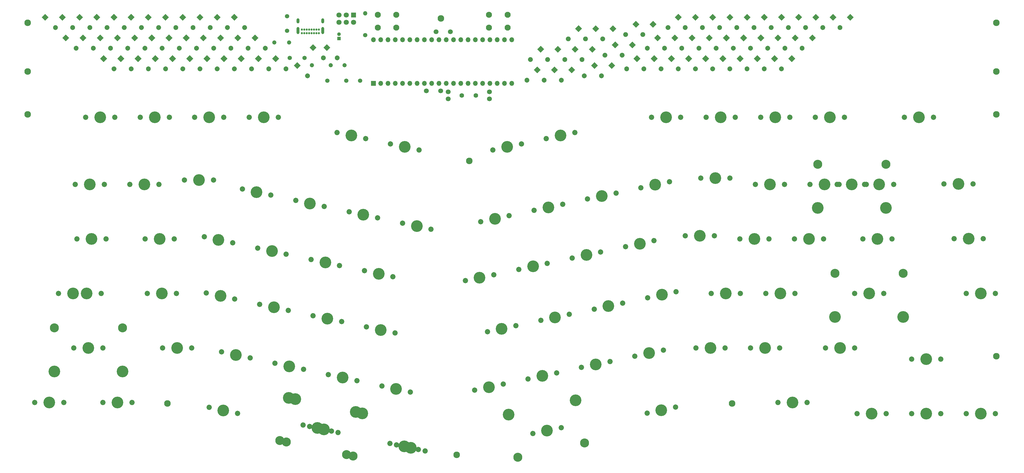
<source format=gts>
G04 #@! TF.GenerationSoftware,KiCad,Pcbnew,(5.1.6)-1*
G04 #@! TF.CreationDate,2020-07-28T10:39:00-05:00*
G04 #@! TF.ProjectId,Bonsai,426f6e73-6169-42e6-9b69-6361645f7063,rev?*
G04 #@! TF.SameCoordinates,Original*
G04 #@! TF.FileFunction,Soldermask,Top*
G04 #@! TF.FilePolarity,Negative*
%FSLAX46Y46*%
G04 Gerber Fmt 4.6, Leading zero omitted, Abs format (unit mm)*
G04 Created by KiCad (PCBNEW (5.1.6)-1) date 2020-07-28 10:39:00*
%MOMM*%
%LPD*%
G01*
G04 APERTURE LIST*
%ADD10C,1.700000*%
%ADD11C,0.750000*%
%ADD12O,1.000000X2.500000*%
%ADD13O,1.000000X1.800000*%
%ADD14C,2.300000*%
%ADD15R,1.700000X1.700000*%
%ADD16O,1.700000X1.700000*%
%ADD17C,4.087800*%
%ADD18C,1.850000*%
%ADD19C,1.500000*%
%ADD20C,3.148000*%
%ADD21C,0.100000*%
%ADD22C,1.600000*%
%ADD23C,2.100000*%
%ADD24O,1.500000X1.500000*%
%ADD25R,1.800000X1.800000*%
%ADD26C,1.800000*%
%ADD27R,1.300000X1.300000*%
%ADD28C,1.300000*%
G04 APERTURE END LIST*
D10*
G04 #@! TO.C,C5*
X173749960Y-81399380D03*
X178749960Y-81399380D03*
G04 #@! TD*
D11*
G04 #@! TO.C,USB1*
X131201796Y-81917569D03*
X132901796Y-81917569D03*
X132051796Y-81917569D03*
X130351796Y-81917569D03*
X129501796Y-81917569D03*
X128651796Y-81917569D03*
X127801796Y-81917569D03*
X126951796Y-81917569D03*
X132901796Y-80592569D03*
X132046796Y-80592569D03*
X131196796Y-80592569D03*
X130346796Y-80592569D03*
X129496796Y-80592569D03*
X128646796Y-80592569D03*
X127796796Y-80592569D03*
X126946796Y-80592569D03*
D12*
X134251796Y-80937569D03*
X125601796Y-80937569D03*
D13*
X134251796Y-77557569D03*
X125601796Y-77557569D03*
G04 #@! TD*
D14*
G04 #@! TO.C,H12*
X369290356Y-95233129D03*
G04 #@! TD*
G04 #@! TO.C,H11*
X369290357Y-78233129D03*
G04 #@! TD*
G04 #@! TO.C,H10*
X175495216Y-76733130D03*
G04 #@! TD*
G04 #@! TO.C,H9*
X31290355Y-95233129D03*
G04 #@! TD*
G04 #@! TO.C,H8*
X31290357Y-78233129D03*
G04 #@! TD*
G04 #@! TO.C,H7*
X277031717Y-211233130D03*
G04 #@! TD*
G04 #@! TO.C,H6*
X369290355Y-194724049D03*
G04 #@! TD*
G04 #@! TO.C,H5*
X369290358Y-110233129D03*
G04 #@! TD*
G04 #@! TO.C,H4*
X180984155Y-229233129D03*
G04 #@! TD*
G04 #@! TO.C,H3*
X185401216Y-126527589D03*
G04 #@! TD*
G04 #@! TO.C,H2*
X80057255Y-211233130D03*
G04 #@! TD*
G04 #@! TO.C,H1*
X31290356Y-110233131D03*
G04 #@! TD*
D15*
G04 #@! TO.C,U1*
X151926186Y-99390349D03*
D16*
X200186186Y-84150349D03*
X154466186Y-99390349D03*
X197646186Y-84150349D03*
X157006186Y-99390349D03*
X195106186Y-84150349D03*
X159546186Y-99390349D03*
X192566186Y-84150349D03*
X162086186Y-99390349D03*
X190026186Y-84150349D03*
X164626186Y-99390349D03*
X187486186Y-84150349D03*
X167166186Y-99390349D03*
X184946186Y-84150349D03*
X169706186Y-99390349D03*
X182406186Y-84150349D03*
X172246186Y-99390349D03*
X179866186Y-84150349D03*
X174786186Y-99390349D03*
X177326186Y-84150349D03*
X177326186Y-99390349D03*
X174786186Y-84150349D03*
X179866186Y-99390349D03*
X172246186Y-84150349D03*
X182406186Y-99390349D03*
X169706186Y-84150349D03*
X184946186Y-99390349D03*
X167166186Y-84150349D03*
X187486186Y-99390349D03*
X164626186Y-84150349D03*
X190026186Y-99390349D03*
X162086186Y-84150349D03*
X192566186Y-99390349D03*
X159546186Y-84150349D03*
X195106186Y-99390349D03*
X157006186Y-84150349D03*
X197646186Y-99390349D03*
X154466186Y-84150349D03*
X200186186Y-99390349D03*
X151926186Y-84150349D03*
G04 #@! TD*
D17*
G04 #@! TO.C,SW_RCTRL1*
X298113347Y-210903969D03*
D18*
X293033347Y-210903969D03*
X303193347Y-210903969D03*
G04 #@! TD*
D19*
G04 #@! TO.C,R4*
X127890166Y-90502888D03*
G36*
G01*
X123032342Y-85645064D02*
X123032342Y-85645064D01*
G75*
G02*
X121971682Y-85645064I-530330J530330D01*
G01*
X121971682Y-85645064D01*
G75*
G02*
X121971682Y-84584404I530330J530330D01*
G01*
X121971682Y-84584404D01*
G75*
G02*
X123032342Y-84584404I530330J-530330D01*
G01*
X123032342Y-84584404D01*
G75*
G02*
X123032342Y-85645064I-530330J-530330D01*
G01*
G37*
G04 #@! TD*
D17*
G04 #@! TO.C,SW_LSPC2*
X132351644Y-219819972D03*
D18*
X127382654Y-218763781D03*
X137320634Y-220876163D03*
D20*
X119253311Y-224176884D03*
X142545451Y-229127782D03*
D17*
X122421885Y-209269915D03*
X145714025Y-214220812D03*
G04 #@! TD*
G04 #@! TO.C,SW_LALT1*
X99551385Y-213667490D03*
D18*
X94582395Y-212611299D03*
X104520375Y-214723681D03*
G04 #@! TD*
D17*
G04 #@! TO.C,SW_FN2*
X162648108Y-226259687D03*
D18*
X157679118Y-225203496D03*
X167617098Y-227315878D03*
G04 #@! TD*
D17*
G04 #@! TO.C,SW_CPLKSTPD1*
X47118167Y-172805288D03*
D18*
X42038167Y-172805288D03*
X52198167Y-172805288D03*
G04 #@! TD*
D17*
G04 #@! TO.C,SW_BKSP12*
X328348166Y-134705291D03*
D18*
X323268166Y-134705291D03*
X333428166Y-134705291D03*
G04 #@! TD*
D17*
G04 #@! TO.C,SW_BKSP11*
X309298165Y-134705289D03*
D18*
X304218165Y-134705289D03*
X314378165Y-134705289D03*
G04 #@! TD*
G04 #@! TO.C,D84*
G36*
G01*
X309313859Y-79304378D02*
X309313859Y-79304378D01*
G75*
G02*
X309313859Y-80506460I-601041J-601041D01*
G01*
X309313859Y-80506460D01*
G75*
G02*
X308111777Y-80506460I-601041J601041D01*
G01*
X308111777Y-80506460D01*
G75*
G02*
X308111777Y-79304378I601041J601041D01*
G01*
X308111777Y-79304378D01*
G75*
G02*
X309313859Y-79304378I601041J-601041D01*
G01*
G37*
D21*
G36*
X312304920Y-75111235D02*
G01*
X313507002Y-76313317D01*
X312304920Y-77515399D01*
X311102838Y-76313317D01*
X312304920Y-75111235D01*
G37*
G04 #@! TD*
D17*
G04 #@! TO.C,SW_P1*
X265837565Y-152674469D03*
D18*
X260757565Y-152674469D03*
X270917565Y-152674469D03*
G04 #@! TD*
D17*
G04 #@! TO.C,SW_10*
X250231708Y-134811990D03*
D18*
X245262718Y-135868181D03*
X255200698Y-133755799D03*
G04 #@! TD*
D17*
G04 #@! TO.C,SW_ENT1*
X324878166Y-172805289D03*
D18*
X319798166Y-172805289D03*
X329958166Y-172805289D03*
D20*
X312971916Y-165820289D03*
X336784416Y-165820289D03*
D17*
X312971916Y-181060289D03*
X336784416Y-181060289D03*
G04 #@! TD*
D22*
G04 #@! TO.C,Y1*
X187653826Y-103624531D03*
X182773826Y-103624531D03*
G04 #@! TD*
D17*
G04 #@! TO.C,SW_|1*
X327758167Y-153755289D03*
D18*
X322678167Y-153755289D03*
X332838167Y-153755289D03*
G04 #@! TD*
D17*
G04 #@! TO.C,SW_Z1*
X83428166Y-191855289D03*
D18*
X78348166Y-191855289D03*
X88508166Y-191855289D03*
G04 #@! TD*
D17*
G04 #@! TO.C,SW_Y1*
X188970570Y-167304141D03*
D18*
X184001580Y-168360332D03*
X193939560Y-166247950D03*
G04 #@! TD*
D17*
G04 #@! TO.C,SW_X1*
X103923085Y-194301749D03*
D18*
X98954095Y-193245558D03*
X108892075Y-195357940D03*
G04 #@! TD*
D17*
G04 #@! TO.C,SW_WIN1*
X62622327Y-210906510D03*
D18*
X57542327Y-210906510D03*
X67702327Y-210906510D03*
G04 #@! TD*
D17*
G04 #@! TO.C,SW_W1*
X97873086Y-154061750D03*
D18*
X92904096Y-153005559D03*
X102842076Y-155117941D03*
G04 #@! TD*
D17*
G04 #@! TO.C,SW_V1*
X141190510Y-202223185D03*
D18*
X136221520Y-201166994D03*
X146159500Y-203279376D03*
G04 #@! TD*
D17*
G04 #@! TO.C,SW_UP1*
X344834106Y-195740169D03*
D18*
X339754106Y-195740169D03*
X349914106Y-195740169D03*
G04 #@! TD*
D17*
G04 #@! TO.C,SW_U1*
X207604281Y-163343425D03*
D18*
X202635291Y-164399616D03*
X212573271Y-162287234D03*
G04 #@! TD*
D17*
G04 #@! TO.C,SW_TAB1*
X53568167Y-153755290D03*
D18*
X48488167Y-153755290D03*
X58648167Y-153755290D03*
G04 #@! TD*
D17*
G04 #@! TO.C,SW_T1*
X153774221Y-165943903D03*
D18*
X148805231Y-164887712D03*
X158743211Y-167000094D03*
G04 #@! TD*
D17*
G04 #@! TO.C,SW_SLSH1*
X288568166Y-191855289D03*
D18*
X283488166Y-191855289D03*
X293648166Y-191855289D03*
G04 #@! TD*
D17*
G04 #@! TO.C,SW_SCLN1*
X274878165Y-172805291D03*
D18*
X269798165Y-172805291D03*
X279958165Y-172805291D03*
G04 #@! TD*
D17*
G04 #@! TO.C,SW_S1*
X98573087Y-173691749D03*
D18*
X93604097Y-172635558D03*
X103542077Y-174747940D03*
G04 #@! TD*
D17*
G04 #@! TO.C,SW_RSPC1*
X212495026Y-220728690D03*
D18*
X207526036Y-221784881D03*
X217464016Y-219672499D03*
D20*
X202301219Y-230036500D03*
X225593359Y-225085602D03*
D17*
X199132645Y-215129530D03*
X222424785Y-210178633D03*
G04 #@! TD*
G04 #@! TO.C,SW_RSHFT1*
X314763167Y-191855288D03*
D18*
X309683167Y-191855288D03*
X319843167Y-191855288D03*
G04 #@! TD*
G04 #@! TO.C,SW_RGHT1*
X368964105Y-214790170D03*
X358804105Y-214790170D03*
D17*
X363884105Y-214790170D03*
G04 #@! TD*
G04 #@! TO.C,SW_RALT1*
X252365407Y-213593831D03*
D18*
X247396417Y-214650022D03*
X257334397Y-212537640D03*
G04 #@! TD*
D17*
G04 #@! TO.C,SW_R1*
X135140507Y-161983184D03*
D18*
X130171517Y-160926993D03*
X140109497Y-163039375D03*
G04 #@! TD*
D17*
G04 #@! TO.C,SW_Q1*
X77378165Y-153755288D03*
D18*
X72298165Y-153755288D03*
X82458165Y-153755288D03*
G04 #@! TD*
D17*
G04 #@! TO.C,SW_PRD1*
X269518165Y-191855289D03*
D18*
X264438165Y-191855289D03*
X274598165Y-191855289D03*
G04 #@! TD*
D17*
G04 #@! TO.C,SW_PLUS1*
X290248167Y-134705290D03*
D18*
X285168167Y-134705290D03*
X295328167Y-134705290D03*
G04 #@! TD*
D17*
G04 #@! TO.C,SW_O1*
X244871706Y-155421989D03*
D18*
X239902716Y-156478180D03*
X249840696Y-154365798D03*
G04 #@! TD*
D17*
G04 #@! TO.C,SW_N1*
X210864281Y-201603425D03*
D18*
X205895291Y-202659616D03*
X215833271Y-200547234D03*
G04 #@! TD*
D17*
G04 #@! TO.C,SW_M4*
X363884105Y-172805290D03*
D18*
X358804105Y-172805290D03*
X368964105Y-172805290D03*
G04 #@! TD*
D17*
G04 #@! TO.C,SW_M5*
X229492913Y-197614766D03*
D18*
X224523923Y-198670957D03*
X234461903Y-196558575D03*
G04 #@! TD*
D17*
G04 #@! TO.C,SW_M3*
X359604206Y-153644750D03*
D18*
X354524206Y-153644750D03*
X364684206Y-153644750D03*
G04 #@! TD*
D17*
G04 #@! TO.C,SW_M2*
X356073605Y-134564269D03*
D18*
X350993605Y-134564269D03*
X361153605Y-134564269D03*
G04 #@! TD*
D17*
G04 #@! TO.C,SW_M1*
X342238227Y-111254689D03*
D18*
X337158227Y-111254689D03*
X347318227Y-111254689D03*
G04 #@! TD*
D17*
G04 #@! TO.C,SW_LSPC1*
X134643088Y-220311749D03*
D18*
X129674098Y-219255558D03*
X139612078Y-221367940D03*
D20*
X121544755Y-224668661D03*
X144836895Y-229619559D03*
D17*
X124713329Y-209761692D03*
X148005469Y-214712589D03*
G04 #@! TD*
G04 #@! TO.C,SW_LSHFT1*
X52478165Y-191855288D03*
D18*
X47398165Y-191855288D03*
X57558165Y-191855288D03*
D20*
X40571915Y-184870288D03*
X64384415Y-184870288D03*
D17*
X40571915Y-200110288D03*
X64384415Y-200110288D03*
G04 #@! TD*
G04 #@! TO.C,SW_LEFT1*
X325784105Y-214790168D03*
D18*
X320704105Y-214790168D03*
X330864105Y-214790168D03*
G04 #@! TD*
D17*
G04 #@! TO.C,SW_LCTRL1*
X38809826Y-210906508D03*
D18*
X33729826Y-210906508D03*
X43889826Y-210906508D03*
G04 #@! TD*
D17*
G04 #@! TO.C,SW_L1*
X252562065Y-173265030D03*
D18*
X247593075Y-174321221D03*
X257531055Y-172208839D03*
G04 #@! TD*
D17*
G04 #@! TO.C,SW_K1*
X233928354Y-177225747D03*
D18*
X228959364Y-178281938D03*
X238897344Y-176169556D03*
G04 #@! TD*
D17*
G04 #@! TO.C,SW_J1*
X215294645Y-181186465D03*
D18*
X210325655Y-182242656D03*
X220263635Y-180130274D03*
G04 #@! TD*
D17*
G04 #@! TO.C,SW_I1*
X226237995Y-159382705D03*
D18*
X221269005Y-160438896D03*
X231206985Y-158326514D03*
G04 #@! TD*
D17*
G04 #@! TO.C,SW_H1*
X196660931Y-185147182D03*
D18*
X191691941Y-186203373D03*
X201629921Y-184090991D03*
G04 #@! TD*
D17*
G04 #@! TO.C,SW_G1*
X154474220Y-185573901D03*
D18*
X149505230Y-184517710D03*
X159443210Y-186630092D03*
G04 #@! TD*
D17*
G04 #@! TO.C,SW_FN1*
X164963086Y-226751748D03*
D18*
X159994096Y-225695557D03*
X169932076Y-227807939D03*
G04 #@! TD*
D17*
G04 #@! TO.C,SW_F13*
X135840509Y-181613184D03*
D18*
X130871519Y-180556993D03*
X140809499Y-182669375D03*
G04 #@! TD*
D17*
G04 #@! TO.C,SW_F12*
X311224826Y-111254689D03*
D18*
X306144826Y-111254689D03*
X316304826Y-111254689D03*
G04 #@! TD*
D17*
G04 #@! TO.C,SW_F11*
X292174825Y-111254689D03*
D18*
X287094825Y-111254689D03*
X297254825Y-111254689D03*
G04 #@! TD*
D17*
G04 #@! TO.C,SW_F10*
X273124827Y-111254689D03*
D18*
X268044827Y-111254689D03*
X278204827Y-111254689D03*
G04 #@! TD*
D17*
G04 #@! TO.C,SW_F9*
X254074827Y-111254689D03*
D18*
X248994827Y-111254689D03*
X259154827Y-111254689D03*
G04 #@! TD*
D17*
G04 #@! TO.C,SW_F8*
X217214348Y-117642790D03*
D18*
X212245358Y-118698981D03*
X222183338Y-116586599D03*
G04 #@! TD*
D17*
G04 #@! TO.C,SW_F7*
X198580906Y-121602648D03*
D18*
X193611916Y-122658839D03*
X203549896Y-120546457D03*
G04 #@! TD*
D17*
G04 #@! TO.C,SW_F6*
X162863427Y-121597571D03*
D18*
X157894437Y-120541380D03*
X167832417Y-122653762D03*
G04 #@! TD*
D17*
G04 #@! TO.C,SW_F5*
X144229987Y-117635171D03*
D18*
X139260997Y-116578980D03*
X149198977Y-118691362D03*
G04 #@! TD*
D17*
G04 #@! TO.C,SW_F4*
X113701725Y-111254689D03*
D18*
X108621725Y-111254689D03*
X118781725Y-111254689D03*
G04 #@! TD*
D17*
G04 #@! TO.C,SW_F3*
X94651726Y-111254689D03*
D18*
X89571726Y-111254689D03*
X99731726Y-111254689D03*
G04 #@! TD*
D17*
G04 #@! TO.C,SW_F2*
X75622045Y-111254691D03*
D18*
X70542045Y-111254691D03*
X80702045Y-111254691D03*
G04 #@! TD*
D17*
G04 #@! TO.C,SW_F1*
X56572047Y-111254690D03*
D18*
X51492047Y-111254690D03*
X61652047Y-111254690D03*
G04 #@! TD*
D17*
G04 #@! TO.C,SW_ESC1*
X52968165Y-134705287D03*
D18*
X47888165Y-134705287D03*
X58048165Y-134705287D03*
G04 #@! TD*
D17*
G04 #@! TO.C,SW_E1*
X116506796Y-158022467D03*
D18*
X111537806Y-156966276D03*
X121475786Y-159078658D03*
G04 #@! TD*
D17*
G04 #@! TO.C,SW_DOWN1*
X344834106Y-214790169D03*
D18*
X339754106Y-214790169D03*
X349914106Y-214790169D03*
G04 #@! TD*
D17*
G04 #@! TO.C,SW_DASH1*
X271191886Y-132547509D03*
D18*
X266111886Y-132547509D03*
X276271886Y-132547509D03*
G04 #@! TD*
D17*
G04 #@! TO.C,SW_D1*
X117206797Y-177652468D03*
D18*
X112237807Y-176596277D03*
X122175787Y-178708659D03*
G04 #@! TD*
D17*
G04 #@! TO.C,SW_CPLK1*
X51880486Y-172805290D03*
D18*
X46800486Y-172805290D03*
X56960486Y-172805290D03*
G04 #@! TD*
D17*
G04 #@! TO.C,SW_COMMA1*
X248126625Y-193654049D03*
D18*
X243157635Y-194710240D03*
X253095615Y-192597858D03*
G04 #@! TD*
D17*
G04 #@! TO.C,SW_C1*
X122556796Y-198262465D03*
D18*
X117587806Y-197206274D03*
X127525786Y-199318656D03*
G04 #@! TD*
D17*
G04 #@! TO.C,SW_BKSP1*
X318823166Y-134705290D03*
D18*
X313743166Y-134705290D03*
X323903166Y-134705290D03*
D20*
X306916916Y-127720290D03*
X330729416Y-127720290D03*
D17*
X306916916Y-142960290D03*
X330729416Y-142960290D03*
G04 #@! TD*
G04 #@! TO.C,SW_B_RIGHT1*
X192230570Y-205564142D03*
D18*
X187261580Y-206620333D03*
X197199560Y-204507951D03*
G04 #@! TD*
D17*
G04 #@! TO.C,SW_B_LEFT1*
X159824220Y-206183902D03*
D18*
X154855230Y-205127711D03*
X164793210Y-207240093D03*
G04 #@! TD*
D17*
G04 #@! TO.C,SW_APST1*
X293928167Y-172805291D03*
D18*
X288848167Y-172805291D03*
X299008167Y-172805291D03*
G04 #@! TD*
D17*
G04 #@! TO.C,SW_A1*
X78078167Y-172805288D03*
D18*
X72998167Y-172805288D03*
X83158167Y-172805288D03*
G04 #@! TD*
D17*
G04 #@! TO.C,SW_]1*
X303938165Y-153755289D03*
D18*
X298858165Y-153755289D03*
X309018165Y-153755289D03*
G04 #@! TD*
D17*
G04 #@! TO.C,SW_[1*
X284888167Y-153755286D03*
D18*
X279808167Y-153755286D03*
X289968167Y-153755286D03*
G04 #@! TD*
D17*
G04 #@! TO.C,SW_9*
X231597996Y-138772707D03*
D18*
X226629006Y-139828898D03*
X236566986Y-137716516D03*
G04 #@! TD*
D17*
G04 #@! TO.C,SW_8*
X212964281Y-142733424D03*
D18*
X207995291Y-143789615D03*
X217933271Y-141677233D03*
G04 #@! TD*
D17*
G04 #@! TO.C,SW_7*
X194330570Y-146694141D03*
D18*
X189361580Y-147750332D03*
X199299560Y-145637950D03*
G04 #@! TD*
D17*
G04 #@! TO.C,SW_6*
X167051887Y-149291188D03*
D18*
X162082897Y-148234997D03*
X172020877Y-150347379D03*
G04 #@! TD*
D17*
G04 #@! TO.C,SW_5*
X148420509Y-145333184D03*
D18*
X143451519Y-144276993D03*
X153389499Y-146389375D03*
G04 #@! TD*
D17*
G04 #@! TO.C,SW_4*
X129786796Y-141372466D03*
D18*
X124817806Y-140316275D03*
X134755786Y-142428657D03*
G04 #@! TD*
D17*
G04 #@! TO.C,SW_3*
X111153087Y-137411749D03*
D18*
X106184097Y-136355558D03*
X116122077Y-138467940D03*
G04 #@! TD*
D17*
G04 #@! TO.C,SW_2*
X91067786Y-133187590D03*
D18*
X85987786Y-133187590D03*
X96147786Y-133187590D03*
G04 #@! TD*
D17*
G04 #@! TO.C,SW_1*
X72018165Y-134705288D03*
D18*
X66938165Y-134705288D03*
X77098165Y-134705288D03*
G04 #@! TD*
D23*
G04 #@! TO.C,RESET1*
X159920975Y-75458471D03*
X159920975Y-79958471D03*
X153420975Y-75458471D03*
X153420975Y-79958471D03*
G04 #@! TD*
D19*
G04 #@! TO.C,R6*
X149022966Y-82578089D03*
D24*
X149022966Y-74958089D03*
G04 #@! TD*
D19*
G04 #@! TO.C,R5*
X122733966Y-90502888D03*
G36*
G01*
X117876142Y-85645064D02*
X117876142Y-85645064D01*
G75*
G02*
X116815482Y-85645064I-530330J530330D01*
G01*
X116815482Y-85645064D01*
G75*
G02*
X116815482Y-84584404I530330J530330D01*
G01*
X116815482Y-84584404D01*
G75*
G02*
X117876142Y-84584404I530330J-530330D01*
G01*
X117876142Y-84584404D01*
G75*
G02*
X117876142Y-85645064I-530330J-530330D01*
G01*
G37*
G04 #@! TD*
G04 #@! TO.C,R3*
X142418966Y-98453089D03*
G36*
G01*
X137561142Y-93595265D02*
X137561142Y-93595265D01*
G75*
G02*
X136500482Y-93595265I-530330J530330D01*
G01*
X136500482Y-93595265D01*
G75*
G02*
X136500482Y-92534605I530330J530330D01*
G01*
X136500482Y-92534605D01*
G75*
G02*
X137561142Y-92534605I530330J-530330D01*
G01*
X137561142Y-92534605D01*
G75*
G02*
X137561142Y-93595265I-530330J-530330D01*
G01*
G37*
G04 #@! TD*
G04 #@! TO.C,R2*
X147244966Y-98453091D03*
G36*
G01*
X142387142Y-93595267D02*
X142387142Y-93595267D01*
G75*
G02*
X141326482Y-93595267I-530330J530330D01*
G01*
X141326482Y-93595267D01*
G75*
G02*
X141326482Y-92534607I530330J530330D01*
G01*
X141326482Y-92534607D01*
G75*
G02*
X142387142Y-92534607I530330J-530330D01*
G01*
X142387142Y-92534607D01*
G75*
G02*
X142387142Y-93595267I-530330J-530330D01*
G01*
G37*
G04 #@! TD*
G04 #@! TO.C,R1*
X135840366Y-98453090D03*
G36*
G01*
X130982542Y-93595266D02*
X130982542Y-93595266D01*
G75*
G02*
X129921882Y-93595266I-530330J530330D01*
G01*
X129921882Y-93595266D01*
G75*
G02*
X129921882Y-92534606I530330J530330D01*
G01*
X129921882Y-92534606D01*
G75*
G02*
X130982542Y-92534606I530330J-530330D01*
G01*
X130982542Y-92534606D01*
G75*
G02*
X130982542Y-93595266I-530330J-530330D01*
G01*
G37*
G04 #@! TD*
D25*
G04 #@! TO.C,J1*
X144969127Y-75534669D03*
D26*
X144969127Y-78074669D03*
X142429127Y-75534669D03*
X142429127Y-78074669D03*
X139889127Y-75534669D03*
X139889127Y-78074669D03*
G04 #@! TD*
D19*
G04 #@! TO.C,F1*
X121766226Y-75923451D03*
X121766226Y-81023451D03*
G04 #@! TD*
G04 #@! TO.C,D83*
G36*
G01*
X133862052Y-89896176D02*
X133862052Y-89896176D01*
G75*
G02*
X135064134Y-89896176I601041J-601041D01*
G01*
X135064134Y-89896176D01*
G75*
G02*
X135064134Y-91098258I-601041J-601041D01*
G01*
X135064134Y-91098258D01*
G75*
G02*
X133862052Y-91098258I-601041J601041D01*
G01*
X133862052Y-91098258D01*
G75*
G02*
X133862052Y-89896176I601041J601041D01*
G01*
G37*
D21*
G36*
X129668909Y-86905115D02*
G01*
X130870991Y-85703033D01*
X132073073Y-86905115D01*
X130870991Y-88107197D01*
X129668909Y-86905115D01*
G37*
G04 #@! TD*
G04 #@! TO.C,D82*
G36*
G01*
X138688052Y-89896177D02*
X138688052Y-89896177D01*
G75*
G02*
X139890134Y-89896177I601041J-601041D01*
G01*
X139890134Y-89896177D01*
G75*
G02*
X139890134Y-91098259I-601041J-601041D01*
G01*
X139890134Y-91098259D01*
G75*
G02*
X138688052Y-91098259I-601041J601041D01*
G01*
X138688052Y-91098259D01*
G75*
G02*
X138688052Y-89896177I601041J601041D01*
G01*
G37*
G36*
X134494909Y-86905116D02*
G01*
X135696991Y-85703034D01*
X136899073Y-86905116D01*
X135696991Y-88107198D01*
X134494909Y-86905116D01*
G37*
G04 #@! TD*
G04 #@! TO.C,D81*
G36*
G01*
X219304939Y-90478477D02*
X219304939Y-90478477D01*
G75*
G02*
X219304939Y-91680559I-601041J-601041D01*
G01*
X219304939Y-91680559D01*
G75*
G02*
X218102857Y-91680559I-601041J601041D01*
G01*
X218102857Y-91680559D01*
G75*
G02*
X218102857Y-90478477I601041J601041D01*
G01*
X218102857Y-90478477D01*
G75*
G02*
X219304939Y-90478477I601041J-601041D01*
G01*
G37*
G36*
X222296000Y-86285334D02*
G01*
X223498082Y-87487416D01*
X222296000Y-88689498D01*
X221093918Y-87487416D01*
X222296000Y-86285334D01*
G37*
G04 #@! TD*
G04 #@! TO.C,D80*
G36*
G01*
X239304940Y-88956376D02*
X239304940Y-88956376D01*
G75*
G02*
X239304940Y-90158458I-601041J-601041D01*
G01*
X239304940Y-90158458D01*
G75*
G02*
X238102858Y-90158458I-601041J601041D01*
G01*
X238102858Y-90158458D01*
G75*
G02*
X238102858Y-88956376I601041J601041D01*
G01*
X238102858Y-88956376D01*
G75*
G02*
X239304940Y-88956376I601041J-601041D01*
G01*
G37*
G36*
X242296001Y-84763233D02*
G01*
X243498083Y-85965315D01*
X242296001Y-87167397D01*
X241093919Y-85965315D01*
X242296001Y-84763233D01*
G37*
G04 #@! TD*
G04 #@! TO.C,D79*
G36*
G01*
X232091338Y-96169977D02*
X232091338Y-96169977D01*
G75*
G02*
X232091338Y-97372059I-601041J-601041D01*
G01*
X232091338Y-97372059D01*
G75*
G02*
X230889256Y-97372059I-601041J601041D01*
G01*
X230889256Y-97372059D01*
G75*
G02*
X230889256Y-96169977I601041J601041D01*
G01*
X230889256Y-96169977D01*
G75*
G02*
X232091338Y-96169977I601041J-601041D01*
G01*
G37*
G36*
X235082399Y-91976834D02*
G01*
X236284481Y-93178916D01*
X235082399Y-94380998D01*
X233880317Y-93178916D01*
X235082399Y-91976834D01*
G37*
G04 #@! TD*
G04 #@! TO.C,D78*
G36*
G01*
X285313860Y-79304375D02*
X285313860Y-79304375D01*
G75*
G02*
X285313860Y-80506457I-601041J-601041D01*
G01*
X285313860Y-80506457D01*
G75*
G02*
X284111778Y-80506457I-601041J601041D01*
G01*
X284111778Y-80506457D01*
G75*
G02*
X284111778Y-79304375I601041J601041D01*
G01*
X284111778Y-79304375D01*
G75*
G02*
X285313860Y-79304375I601041J-601041D01*
G01*
G37*
G36*
X288304921Y-75111232D02*
G01*
X289507003Y-76313314D01*
X288304921Y-77515396D01*
X287102839Y-76313314D01*
X288304921Y-75111232D01*
G37*
G04 #@! TD*
G04 #@! TO.C,D77*
G36*
G01*
X315313859Y-79304378D02*
X315313859Y-79304378D01*
G75*
G02*
X315313859Y-80506460I-601041J-601041D01*
G01*
X315313859Y-80506460D01*
G75*
G02*
X314111777Y-80506460I-601041J601041D01*
G01*
X314111777Y-80506460D01*
G75*
G02*
X314111777Y-79304378I601041J601041D01*
G01*
X314111777Y-79304378D01*
G75*
G02*
X315313859Y-79304378I601041J-601041D01*
G01*
G37*
G36*
X318304920Y-75111235D02*
G01*
X319507002Y-76313317D01*
X318304920Y-77515399D01*
X317102838Y-76313317D01*
X318304920Y-75111235D01*
G37*
G04 #@! TD*
G04 #@! TO.C,D76*
G36*
G01*
X226518539Y-83264876D02*
X226518539Y-83264876D01*
G75*
G02*
X226518539Y-84466958I-601041J-601041D01*
G01*
X226518539Y-84466958D01*
G75*
G02*
X225316457Y-84466958I-601041J601041D01*
G01*
X225316457Y-84466958D01*
G75*
G02*
X225316457Y-83264876I601041J601041D01*
G01*
X225316457Y-83264876D01*
G75*
G02*
X226518539Y-83264876I601041J-601041D01*
G01*
G37*
G36*
X229509600Y-79071733D02*
G01*
X230711682Y-80273815D01*
X229509600Y-81475897D01*
X228307518Y-80273815D01*
X229509600Y-79071733D01*
G37*
G04 #@! TD*
G04 #@! TO.C,D75*
G36*
G01*
X246518539Y-81742776D02*
X246518539Y-81742776D01*
G75*
G02*
X246518539Y-82944858I-601041J-601041D01*
G01*
X246518539Y-82944858D01*
G75*
G02*
X245316457Y-82944858I-601041J601041D01*
G01*
X245316457Y-82944858D01*
G75*
G02*
X245316457Y-81742776I601041J601041D01*
G01*
X245316457Y-81742776D01*
G75*
G02*
X246518539Y-81742776I601041J-601041D01*
G01*
G37*
G36*
X249509600Y-77549633D02*
G01*
X250711682Y-78751715D01*
X249509600Y-79953797D01*
X248307518Y-78751715D01*
X249509600Y-77549633D01*
G37*
G04 #@! TD*
G04 #@! TO.C,D74*
G36*
G01*
X264886660Y-93731576D02*
X264886660Y-93731576D01*
G75*
G02*
X264886660Y-94933658I-601041J-601041D01*
G01*
X264886660Y-94933658D01*
G75*
G02*
X263684578Y-94933658I-601041J601041D01*
G01*
X263684578Y-94933658D01*
G75*
G02*
X263684578Y-93731576I601041J601041D01*
G01*
X263684578Y-93731576D01*
G75*
G02*
X264886660Y-93731576I601041J-601041D01*
G01*
G37*
G36*
X267877721Y-89538433D02*
G01*
X269079803Y-90740515D01*
X267877721Y-91942597D01*
X266675639Y-90740515D01*
X267877721Y-89538433D01*
G37*
G04 #@! TD*
G04 #@! TO.C,D73*
G36*
G01*
X290100258Y-86517977D02*
X290100258Y-86517977D01*
G75*
G02*
X290100258Y-87720059I-601041J-601041D01*
G01*
X290100258Y-87720059D01*
G75*
G02*
X288898176Y-87720059I-601041J601041D01*
G01*
X288898176Y-87720059D01*
G75*
G02*
X288898176Y-86517977I601041J601041D01*
G01*
X288898176Y-86517977D01*
G75*
G02*
X290100258Y-86517977I601041J-601041D01*
G01*
G37*
G36*
X293091319Y-82324834D02*
G01*
X294293401Y-83526916D01*
X293091319Y-84728998D01*
X291889237Y-83526916D01*
X293091319Y-82324834D01*
G37*
G04 #@! TD*
G04 #@! TO.C,D72*
G36*
G01*
X206091339Y-97692076D02*
X206091339Y-97692076D01*
G75*
G02*
X206091339Y-98894158I-601041J-601041D01*
G01*
X206091339Y-98894158D01*
G75*
G02*
X204889257Y-98894158I-601041J601041D01*
G01*
X204889257Y-98894158D01*
G75*
G02*
X204889257Y-97692076I601041J601041D01*
G01*
X204889257Y-97692076D01*
G75*
G02*
X206091339Y-97692076I601041J-601041D01*
G01*
G37*
G36*
X209082400Y-93498933D02*
G01*
X210284482Y-94701015D01*
X209082400Y-95903097D01*
X207880318Y-94701015D01*
X209082400Y-93498933D01*
G37*
G04 #@! TD*
G04 #@! TO.C,D71*
G36*
G01*
X226091340Y-96169977D02*
X226091340Y-96169977D01*
G75*
G02*
X226091340Y-97372059I-601041J-601041D01*
G01*
X226091340Y-97372059D01*
G75*
G02*
X224889258Y-97372059I-601041J601041D01*
G01*
X224889258Y-97372059D01*
G75*
G02*
X224889258Y-96169977I601041J601041D01*
G01*
X224889258Y-96169977D01*
G75*
G02*
X226091340Y-96169977I601041J-601041D01*
G01*
G37*
G36*
X229082401Y-91976834D02*
G01*
X230284483Y-93178916D01*
X229082401Y-94380998D01*
X227880319Y-93178916D01*
X229082401Y-91976834D01*
G37*
G04 #@! TD*
G04 #@! TO.C,D70*
G36*
X258304920Y-75111233D02*
G01*
X259507002Y-76313315D01*
X258304920Y-77515397D01*
X257102838Y-76313315D01*
X258304920Y-75111233D01*
G37*
G36*
G01*
X255313859Y-79304376D02*
X255313859Y-79304376D01*
G75*
G02*
X255313859Y-80506458I-601041J-601041D01*
G01*
X255313859Y-80506458D01*
G75*
G02*
X254111777Y-80506458I-601041J601041D01*
G01*
X254111777Y-80506458D01*
G75*
G02*
X254111777Y-79304376I601041J601041D01*
G01*
X254111777Y-79304376D01*
G75*
G02*
X255313859Y-79304376I601041J-601041D01*
G01*
G37*
G04 #@! TD*
G04 #@! TO.C,D69*
G36*
G01*
X272100261Y-86517978D02*
X272100261Y-86517978D01*
G75*
G02*
X272100261Y-87720060I-601041J-601041D01*
G01*
X272100261Y-87720060D01*
G75*
G02*
X270898179Y-87720060I-601041J601041D01*
G01*
X270898179Y-87720060D01*
G75*
G02*
X270898179Y-86517978I601041J601041D01*
G01*
X270898179Y-86517978D01*
G75*
G02*
X272100261Y-86517978I601041J-601041D01*
G01*
G37*
G36*
X275091322Y-82324835D02*
G01*
X276293404Y-83526917D01*
X275091322Y-84728999D01*
X273889240Y-83526917D01*
X275091322Y-82324835D01*
G37*
G04 #@! TD*
G04 #@! TO.C,D68*
G36*
G01*
X297313858Y-79304376D02*
X297313858Y-79304376D01*
G75*
G02*
X297313858Y-80506458I-601041J-601041D01*
G01*
X297313858Y-80506458D01*
G75*
G02*
X296111776Y-80506458I-601041J601041D01*
G01*
X296111776Y-80506458D01*
G75*
G02*
X296111776Y-79304376I601041J601041D01*
G01*
X296111776Y-79304376D01*
G75*
G02*
X297313858Y-79304376I601041J-601041D01*
G01*
G37*
G36*
X300304919Y-75111233D02*
G01*
X301507001Y-76313315D01*
X300304919Y-77515397D01*
X299102837Y-76313315D01*
X300304919Y-75111233D01*
G37*
G04 #@! TD*
G04 #@! TO.C,D67*
G36*
G01*
X302100258Y-86517975D02*
X302100258Y-86517975D01*
G75*
G02*
X302100258Y-87720057I-601041J-601041D01*
G01*
X302100258Y-87720057D01*
G75*
G02*
X300898176Y-87720057I-601041J601041D01*
G01*
X300898176Y-87720057D01*
G75*
G02*
X300898176Y-86517975I601041J601041D01*
G01*
X300898176Y-86517975D01*
G75*
G02*
X302100258Y-86517975I601041J-601041D01*
G01*
G37*
G36*
X305091319Y-82324832D02*
G01*
X306293401Y-83526914D01*
X305091319Y-84728996D01*
X303889237Y-83526914D01*
X305091319Y-82324832D01*
G37*
G04 #@! TD*
G04 #@! TO.C,D66*
G36*
G01*
X213304940Y-90478475D02*
X213304940Y-90478475D01*
G75*
G02*
X213304940Y-91680557I-601041J-601041D01*
G01*
X213304940Y-91680557D01*
G75*
G02*
X212102858Y-91680557I-601041J601041D01*
G01*
X212102858Y-91680557D01*
G75*
G02*
X212102858Y-90478475I601041J601041D01*
G01*
X212102858Y-90478475D01*
G75*
G02*
X213304940Y-90478475I601041J-601041D01*
G01*
G37*
G36*
X216296001Y-86285332D02*
G01*
X217498083Y-87487414D01*
X216296001Y-88689496D01*
X215093919Y-87487414D01*
X216296001Y-86285332D01*
G37*
G04 #@! TD*
G04 #@! TO.C,D65*
G36*
G01*
X233304938Y-88956376D02*
X233304938Y-88956376D01*
G75*
G02*
X233304938Y-90158458I-601041J-601041D01*
G01*
X233304938Y-90158458D01*
G75*
G02*
X232102856Y-90158458I-601041J601041D01*
G01*
X232102856Y-90158458D01*
G75*
G02*
X232102856Y-88956376I601041J601041D01*
G01*
X232102856Y-88956376D01*
G75*
G02*
X233304938Y-88956376I601041J-601041D01*
G01*
G37*
G36*
X236295999Y-84763233D02*
G01*
X237498081Y-85965315D01*
X236295999Y-87167397D01*
X235093917Y-85965315D01*
X236295999Y-84763233D01*
G37*
G04 #@! TD*
G04 #@! TO.C,D64*
G36*
G01*
X248100259Y-86517976D02*
X248100259Y-86517976D01*
G75*
G02*
X248100259Y-87720058I-601041J-601041D01*
G01*
X248100259Y-87720058D01*
G75*
G02*
X246898177Y-87720058I-601041J601041D01*
G01*
X246898177Y-87720058D01*
G75*
G02*
X246898177Y-86517976I601041J601041D01*
G01*
X246898177Y-86517976D01*
G75*
G02*
X248100259Y-86517976I601041J-601041D01*
G01*
G37*
G36*
X251091320Y-82324833D02*
G01*
X252293402Y-83526915D01*
X251091320Y-84728997D01*
X249889238Y-83526915D01*
X251091320Y-82324833D01*
G37*
G04 #@! TD*
G04 #@! TO.C,D63*
G36*
G01*
X279313859Y-79304376D02*
X279313859Y-79304376D01*
G75*
G02*
X279313859Y-80506458I-601041J-601041D01*
G01*
X279313859Y-80506458D01*
G75*
G02*
X278111777Y-80506458I-601041J601041D01*
G01*
X278111777Y-80506458D01*
G75*
G02*
X278111777Y-79304376I601041J601041D01*
G01*
X278111777Y-79304376D01*
G75*
G02*
X279313859Y-79304376I601041J-601041D01*
G01*
G37*
G36*
X282304920Y-75111233D02*
G01*
X283507002Y-76313315D01*
X282304920Y-77515397D01*
X281102838Y-76313315D01*
X282304920Y-75111233D01*
G37*
G04 #@! TD*
G04 #@! TO.C,D62*
G36*
G01*
X276886660Y-93731579D02*
X276886660Y-93731579D01*
G75*
G02*
X276886660Y-94933661I-601041J-601041D01*
G01*
X276886660Y-94933661D01*
G75*
G02*
X275684578Y-94933661I-601041J601041D01*
G01*
X275684578Y-94933661D01*
G75*
G02*
X275684578Y-93731579I601041J601041D01*
G01*
X275684578Y-93731579D01*
G75*
G02*
X276886660Y-93731579I601041J-601041D01*
G01*
G37*
G36*
X279877721Y-89538436D02*
G01*
X281079803Y-90740518D01*
X279877721Y-91942600D01*
X278675639Y-90740518D01*
X279877721Y-89538436D01*
G37*
G04 #@! TD*
G04 #@! TO.C,D61*
G36*
G01*
X294886661Y-93731576D02*
X294886661Y-93731576D01*
G75*
G02*
X294886661Y-94933658I-601041J-601041D01*
G01*
X294886661Y-94933658D01*
G75*
G02*
X293684579Y-94933658I-601041J601041D01*
G01*
X293684579Y-94933658D01*
G75*
G02*
X293684579Y-93731576I601041J601041D01*
G01*
X293684579Y-93731576D01*
G75*
G02*
X294886661Y-93731576I601041J-601041D01*
G01*
G37*
G36*
X297877722Y-89538433D02*
G01*
X299079804Y-90740515D01*
X297877722Y-91942597D01*
X296675640Y-90740515D01*
X297877722Y-89538433D01*
G37*
G04 #@! TD*
G04 #@! TO.C,D60*
G36*
G01*
X240518538Y-81742776D02*
X240518538Y-81742776D01*
G75*
G02*
X240518538Y-82944858I-601041J-601041D01*
G01*
X240518538Y-82944858D01*
G75*
G02*
X239316456Y-82944858I-601041J601041D01*
G01*
X239316456Y-82944858D01*
G75*
G02*
X239316456Y-81742776I601041J601041D01*
G01*
X239316456Y-81742776D01*
G75*
G02*
X240518538Y-81742776I601041J-601041D01*
G01*
G37*
G36*
X243509599Y-77549633D02*
G01*
X244711681Y-78751715D01*
X243509599Y-79953797D01*
X242307517Y-78751715D01*
X243509599Y-77549633D01*
G37*
G04 #@! TD*
G04 #@! TO.C,D59*
G36*
G01*
X240886659Y-93731577D02*
X240886659Y-93731577D01*
G75*
G02*
X240886659Y-94933659I-601041J-601041D01*
G01*
X240886659Y-94933659D01*
G75*
G02*
X239684577Y-94933659I-601041J601041D01*
G01*
X239684577Y-94933659D01*
G75*
G02*
X239684577Y-93731577I601041J601041D01*
G01*
X239684577Y-93731577D01*
G75*
G02*
X240886659Y-93731577I601041J-601041D01*
G01*
G37*
G36*
X243877720Y-89538434D02*
G01*
X245079802Y-90740516D01*
X243877720Y-91942598D01*
X242675638Y-90740516D01*
X243877720Y-89538434D01*
G37*
G04 #@! TD*
G04 #@! TO.C,D58*
G36*
G01*
X258886658Y-93731576D02*
X258886658Y-93731576D01*
G75*
G02*
X258886658Y-94933658I-601041J-601041D01*
G01*
X258886658Y-94933658D01*
G75*
G02*
X257684576Y-94933658I-601041J601041D01*
G01*
X257684576Y-94933658D01*
G75*
G02*
X257684576Y-93731576I601041J601041D01*
G01*
X257684576Y-93731576D01*
G75*
G02*
X258886658Y-93731576I601041J-601041D01*
G01*
G37*
G36*
X261877719Y-89538433D02*
G01*
X263079801Y-90740515D01*
X261877719Y-91942597D01*
X260675637Y-90740515D01*
X261877719Y-89538433D01*
G37*
G04 #@! TD*
G04 #@! TO.C,D57*
G36*
G01*
X284100260Y-86517975D02*
X284100260Y-86517975D01*
G75*
G02*
X284100260Y-87720057I-601041J-601041D01*
G01*
X284100260Y-87720057D01*
G75*
G02*
X282898178Y-87720057I-601041J601041D01*
G01*
X282898178Y-87720057D01*
G75*
G02*
X282898178Y-86517975I601041J601041D01*
G01*
X282898178Y-86517975D01*
G75*
G02*
X284100260Y-86517975I601041J-601041D01*
G01*
G37*
G36*
X287091321Y-82324832D02*
G01*
X288293403Y-83526914D01*
X287091321Y-84728996D01*
X285889239Y-83526914D01*
X287091321Y-82324832D01*
G37*
G04 #@! TD*
G04 #@! TO.C,D56*
G36*
G01*
X288886659Y-93731576D02*
X288886659Y-93731576D01*
G75*
G02*
X288886659Y-94933658I-601041J-601041D01*
G01*
X288886659Y-94933658D01*
G75*
G02*
X287684577Y-94933658I-601041J601041D01*
G01*
X287684577Y-94933658D01*
G75*
G02*
X287684577Y-93731576I601041J601041D01*
G01*
X287684577Y-93731576D01*
G75*
G02*
X288886659Y-93731576I601041J-601041D01*
G01*
G37*
G36*
X291877720Y-89538433D02*
G01*
X293079802Y-90740515D01*
X291877720Y-91942597D01*
X290675638Y-90740515D01*
X291877720Y-89538433D01*
G37*
G04 #@! TD*
G04 #@! TO.C,D55*
G36*
G01*
X220518539Y-83264875D02*
X220518539Y-83264875D01*
G75*
G02*
X220518539Y-84466957I-601041J-601041D01*
G01*
X220518539Y-84466957D01*
G75*
G02*
X219316457Y-84466957I-601041J601041D01*
G01*
X219316457Y-84466957D01*
G75*
G02*
X219316457Y-83264875I601041J601041D01*
G01*
X219316457Y-83264875D01*
G75*
G02*
X220518539Y-83264875I601041J-601041D01*
G01*
G37*
G36*
X223509600Y-79071732D02*
G01*
X224711682Y-80273814D01*
X223509600Y-81475896D01*
X222307518Y-80273814D01*
X223509600Y-79071732D01*
G37*
G04 #@! TD*
G04 #@! TO.C,D54*
G36*
G01*
X218091339Y-97692078D02*
X218091339Y-97692078D01*
G75*
G02*
X218091339Y-98894160I-601041J-601041D01*
G01*
X218091339Y-98894160D01*
G75*
G02*
X216889257Y-98894160I-601041J601041D01*
G01*
X216889257Y-98894160D01*
G75*
G02*
X216889257Y-97692078I601041J601041D01*
G01*
X216889257Y-97692078D01*
G75*
G02*
X218091339Y-97692078I601041J-601041D01*
G01*
G37*
G36*
X221082400Y-93498935D02*
G01*
X222284482Y-94701017D01*
X221082400Y-95903099D01*
X219880318Y-94701017D01*
X221082400Y-93498935D01*
G37*
G04 #@! TD*
G04 #@! TO.C,D53*
G36*
G01*
X261313860Y-79304379D02*
X261313860Y-79304379D01*
G75*
G02*
X261313860Y-80506461I-601041J-601041D01*
G01*
X261313860Y-80506461D01*
G75*
G02*
X260111778Y-80506461I-601041J601041D01*
G01*
X260111778Y-80506461D01*
G75*
G02*
X260111778Y-79304379I601041J601041D01*
G01*
X260111778Y-79304379D01*
G75*
G02*
X261313860Y-79304379I601041J-601041D01*
G01*
G37*
G36*
X264304921Y-75111236D02*
G01*
X265507003Y-76313318D01*
X264304921Y-77515400D01*
X263102839Y-76313318D01*
X264304921Y-75111236D01*
G37*
G04 #@! TD*
G04 #@! TO.C,D52*
G36*
G01*
X266100259Y-86517977D02*
X266100259Y-86517977D01*
G75*
G02*
X266100259Y-87720059I-601041J-601041D01*
G01*
X266100259Y-87720059D01*
G75*
G02*
X264898177Y-87720059I-601041J601041D01*
G01*
X264898177Y-87720059D01*
G75*
G02*
X264898177Y-86517977I601041J601041D01*
G01*
X264898177Y-86517977D01*
G75*
G02*
X266100259Y-86517977I601041J-601041D01*
G01*
G37*
G36*
X269091320Y-82324834D02*
G01*
X270293402Y-83526916D01*
X269091320Y-84728998D01*
X267889238Y-83526916D01*
X269091320Y-82324834D01*
G37*
G04 #@! TD*
G04 #@! TO.C,D51*
G36*
G01*
X291313859Y-79304376D02*
X291313859Y-79304376D01*
G75*
G02*
X291313859Y-80506458I-601041J-601041D01*
G01*
X291313859Y-80506458D01*
G75*
G02*
X290111777Y-80506458I-601041J601041D01*
G01*
X290111777Y-80506458D01*
G75*
G02*
X290111777Y-79304376I601041J601041D01*
G01*
X290111777Y-79304376D01*
G75*
G02*
X291313859Y-79304376I601041J-601041D01*
G01*
G37*
G36*
X294304920Y-75111233D02*
G01*
X295507002Y-76313315D01*
X294304920Y-77515397D01*
X293102838Y-76313315D01*
X294304920Y-75111233D01*
G37*
G04 #@! TD*
G04 #@! TO.C,D50*
G36*
G01*
X296100258Y-86517976D02*
X296100258Y-86517976D01*
G75*
G02*
X296100258Y-87720058I-601041J-601041D01*
G01*
X296100258Y-87720058D01*
G75*
G02*
X294898176Y-87720058I-601041J601041D01*
G01*
X294898176Y-87720058D01*
G75*
G02*
X294898176Y-86517976I601041J601041D01*
G01*
X294898176Y-86517976D01*
G75*
G02*
X296100258Y-86517976I601041J-601041D01*
G01*
G37*
G36*
X299091319Y-82324833D02*
G01*
X300293401Y-83526915D01*
X299091319Y-84728997D01*
X297889237Y-83526915D01*
X299091319Y-82324833D01*
G37*
G04 #@! TD*
G04 #@! TO.C,D49*
G36*
G01*
X225304940Y-90478476D02*
X225304940Y-90478476D01*
G75*
G02*
X225304940Y-91680558I-601041J-601041D01*
G01*
X225304940Y-91680558D01*
G75*
G02*
X224102858Y-91680558I-601041J601041D01*
G01*
X224102858Y-91680558D01*
G75*
G02*
X224102858Y-90478476I601041J601041D01*
G01*
X224102858Y-90478476D01*
G75*
G02*
X225304940Y-90478476I601041J-601041D01*
G01*
G37*
G36*
X228296001Y-86285333D02*
G01*
X229498083Y-87487415D01*
X228296001Y-88689497D01*
X227093919Y-87487415D01*
X228296001Y-86285333D01*
G37*
G04 #@! TD*
G04 #@! TO.C,D48*
G36*
G01*
X254100259Y-86517976D02*
X254100259Y-86517976D01*
G75*
G02*
X254100259Y-87720058I-601041J-601041D01*
G01*
X254100259Y-87720058D01*
G75*
G02*
X252898177Y-87720058I-601041J601041D01*
G01*
X252898177Y-87720058D01*
G75*
G02*
X252898177Y-86517976I601041J601041D01*
G01*
X252898177Y-86517976D01*
G75*
G02*
X254100259Y-86517976I601041J-601041D01*
G01*
G37*
G36*
X257091320Y-82324833D02*
G01*
X258293402Y-83526915D01*
X257091320Y-84728997D01*
X255889238Y-83526915D01*
X257091320Y-82324833D01*
G37*
G04 #@! TD*
G04 #@! TO.C,D47*
G36*
G01*
X273313861Y-79304376D02*
X273313861Y-79304376D01*
G75*
G02*
X273313861Y-80506458I-601041J-601041D01*
G01*
X273313861Y-80506458D01*
G75*
G02*
X272111779Y-80506458I-601041J601041D01*
G01*
X272111779Y-80506458D01*
G75*
G02*
X272111779Y-79304376I601041J601041D01*
G01*
X272111779Y-79304376D01*
G75*
G02*
X273313861Y-79304376I601041J-601041D01*
G01*
G37*
G36*
X276304922Y-75111233D02*
G01*
X277507004Y-76313315D01*
X276304922Y-77515397D01*
X275102840Y-76313315D01*
X276304922Y-75111233D01*
G37*
G04 #@! TD*
G04 #@! TO.C,D46*
G36*
G01*
X270886658Y-93731576D02*
X270886658Y-93731576D01*
G75*
G02*
X270886658Y-94933658I-601041J-601041D01*
G01*
X270886658Y-94933658D01*
G75*
G02*
X269684576Y-94933658I-601041J601041D01*
G01*
X269684576Y-94933658D01*
G75*
G02*
X269684576Y-93731576I601041J601041D01*
G01*
X269684576Y-93731576D01*
G75*
G02*
X270886658Y-93731576I601041J-601041D01*
G01*
G37*
G36*
X273877719Y-89538433D02*
G01*
X275079801Y-90740515D01*
X273877719Y-91942597D01*
X272675637Y-90740515D01*
X273877719Y-89538433D01*
G37*
G04 #@! TD*
G04 #@! TO.C,D45*
G36*
G01*
X282886658Y-93731578D02*
X282886658Y-93731578D01*
G75*
G02*
X282886658Y-94933660I-601041J-601041D01*
G01*
X282886658Y-94933660D01*
G75*
G02*
X281684576Y-94933660I-601041J601041D01*
G01*
X281684576Y-94933660D01*
G75*
G02*
X281684576Y-93731578I601041J601041D01*
G01*
X281684576Y-93731578D01*
G75*
G02*
X282886658Y-93731578I601041J-601041D01*
G01*
G37*
G36*
X285877719Y-89538435D02*
G01*
X287079801Y-90740517D01*
X285877719Y-91942599D01*
X284675637Y-90740517D01*
X285877719Y-89538435D01*
G37*
G04 #@! TD*
G04 #@! TO.C,D44*
G36*
G01*
X207304938Y-90478477D02*
X207304938Y-90478477D01*
G75*
G02*
X207304938Y-91680559I-601041J-601041D01*
G01*
X207304938Y-91680559D01*
G75*
G02*
X206102856Y-91680559I-601041J601041D01*
G01*
X206102856Y-91680559D01*
G75*
G02*
X206102856Y-90478477I601041J601041D01*
G01*
X206102856Y-90478477D01*
G75*
G02*
X207304938Y-90478477I601041J-601041D01*
G01*
G37*
G36*
X210295999Y-86285334D02*
G01*
X211498081Y-87487416D01*
X210295999Y-88689498D01*
X209093917Y-87487416D01*
X210295999Y-86285334D01*
G37*
G04 #@! TD*
G04 #@! TO.C,D43*
G36*
G01*
X232518539Y-83264876D02*
X232518539Y-83264876D01*
G75*
G02*
X232518539Y-84466958I-601041J-601041D01*
G01*
X232518539Y-84466958D01*
G75*
G02*
X231316457Y-84466958I-601041J601041D01*
G01*
X231316457Y-84466958D01*
G75*
G02*
X231316457Y-83264876I601041J601041D01*
G01*
X231316457Y-83264876D01*
G75*
G02*
X232518539Y-83264876I601041J-601041D01*
G01*
G37*
G36*
X235509600Y-79071733D02*
G01*
X236711682Y-80273815D01*
X235509600Y-81475897D01*
X234307518Y-80273815D01*
X235509600Y-79071733D01*
G37*
G04 #@! TD*
G04 #@! TO.C,D42*
G36*
G01*
X246886659Y-93731576D02*
X246886659Y-93731576D01*
G75*
G02*
X246886659Y-94933658I-601041J-601041D01*
G01*
X246886659Y-94933658D01*
G75*
G02*
X245684577Y-94933658I-601041J601041D01*
G01*
X245684577Y-94933658D01*
G75*
G02*
X245684577Y-93731576I601041J601041D01*
G01*
X245684577Y-93731576D01*
G75*
G02*
X246886659Y-93731576I601041J-601041D01*
G01*
G37*
G36*
X249877720Y-89538433D02*
G01*
X251079802Y-90740515D01*
X249877720Y-91942597D01*
X248675638Y-90740515D01*
X249877720Y-89538433D01*
G37*
G04 #@! TD*
G04 #@! TO.C,D41*
G36*
G01*
X252886659Y-93731577D02*
X252886659Y-93731577D01*
G75*
G02*
X252886659Y-94933659I-601041J-601041D01*
G01*
X252886659Y-94933659D01*
G75*
G02*
X251684577Y-94933659I-601041J601041D01*
G01*
X251684577Y-94933659D01*
G75*
G02*
X251684577Y-93731577I601041J601041D01*
G01*
X251684577Y-93731577D01*
G75*
G02*
X252886659Y-93731577I601041J-601041D01*
G01*
G37*
G36*
X255877720Y-89538434D02*
G01*
X257079802Y-90740516D01*
X255877720Y-91942598D01*
X254675638Y-90740516D01*
X255877720Y-89538434D01*
G37*
G04 #@! TD*
G04 #@! TO.C,D40*
G36*
G01*
X278100260Y-86517977D02*
X278100260Y-86517977D01*
G75*
G02*
X278100260Y-87720059I-601041J-601041D01*
G01*
X278100260Y-87720059D01*
G75*
G02*
X276898178Y-87720059I-601041J601041D01*
G01*
X276898178Y-87720059D01*
G75*
G02*
X276898178Y-86517977I601041J601041D01*
G01*
X276898178Y-86517977D01*
G75*
G02*
X278100260Y-86517977I601041J-601041D01*
G01*
G37*
G36*
X281091321Y-82324834D02*
G01*
X282293403Y-83526916D01*
X281091321Y-84728998D01*
X279889239Y-83526916D01*
X281091321Y-82324834D01*
G37*
G04 #@! TD*
G04 #@! TO.C,D39*
G36*
G01*
X303313859Y-79304377D02*
X303313859Y-79304377D01*
G75*
G02*
X303313859Y-80506459I-601041J-601041D01*
G01*
X303313859Y-80506459D01*
G75*
G02*
X302111777Y-80506459I-601041J601041D01*
G01*
X302111777Y-80506459D01*
G75*
G02*
X302111777Y-79304377I601041J601041D01*
G01*
X302111777Y-79304377D01*
G75*
G02*
X303313859Y-79304377I601041J-601041D01*
G01*
G37*
G36*
X306304920Y-75111234D02*
G01*
X307507002Y-76313316D01*
X306304920Y-77515398D01*
X305102838Y-76313316D01*
X306304920Y-75111234D01*
G37*
G04 #@! TD*
G04 #@! TO.C,D38*
G36*
G01*
X212091337Y-97692075D02*
X212091337Y-97692075D01*
G75*
G02*
X212091337Y-98894157I-601041J-601041D01*
G01*
X212091337Y-98894157D01*
G75*
G02*
X210889255Y-98894157I-601041J601041D01*
G01*
X210889255Y-98894157D01*
G75*
G02*
X210889255Y-97692075I601041J601041D01*
G01*
X210889255Y-97692075D01*
G75*
G02*
X212091337Y-97692075I601041J-601041D01*
G01*
G37*
G36*
X215082398Y-93498932D02*
G01*
X216284480Y-94701014D01*
X215082398Y-95903096D01*
X213880316Y-94701014D01*
X215082398Y-93498932D01*
G37*
G04 #@! TD*
G04 #@! TO.C,D37*
G36*
G01*
X267313861Y-79304377D02*
X267313861Y-79304377D01*
G75*
G02*
X267313861Y-80506459I-601041J-601041D01*
G01*
X267313861Y-80506459D01*
G75*
G02*
X266111779Y-80506459I-601041J601041D01*
G01*
X266111779Y-80506459D01*
G75*
G02*
X266111779Y-79304377I601041J601041D01*
G01*
X266111779Y-79304377D01*
G75*
G02*
X267313861Y-79304377I601041J-601041D01*
G01*
G37*
G36*
X270304922Y-75111234D02*
G01*
X271507004Y-76313316D01*
X270304922Y-77515398D01*
X269102840Y-76313316D01*
X270304922Y-75111234D01*
G37*
G04 #@! TD*
G04 #@! TO.C,D36*
G36*
G01*
X260100258Y-86517975D02*
X260100258Y-86517975D01*
G75*
G02*
X260100258Y-87720057I-601041J-601041D01*
G01*
X260100258Y-87720057D01*
G75*
G02*
X258898176Y-87720057I-601041J601041D01*
G01*
X258898176Y-87720057D01*
G75*
G02*
X258898176Y-86517975I601041J601041D01*
G01*
X258898176Y-86517975D01*
G75*
G02*
X260100258Y-86517975I601041J-601041D01*
G01*
G37*
G36*
X263091319Y-82324832D02*
G01*
X264293401Y-83526914D01*
X263091319Y-84728996D01*
X261889237Y-83526914D01*
X263091319Y-82324832D01*
G37*
G04 #@! TD*
G04 #@! TO.C,D35*
G36*
G01*
X71592852Y-86517975D02*
X71592852Y-86517975D01*
G75*
G02*
X72794934Y-86517975I601041J-601041D01*
G01*
X72794934Y-86517975D01*
G75*
G02*
X72794934Y-87720057I-601041J-601041D01*
G01*
X72794934Y-87720057D01*
G75*
G02*
X71592852Y-87720057I-601041J601041D01*
G01*
X71592852Y-87720057D01*
G75*
G02*
X71592852Y-86517975I601041J601041D01*
G01*
G37*
G36*
X67399709Y-83526914D02*
G01*
X68601791Y-82324832D01*
X69803873Y-83526914D01*
X68601791Y-84728996D01*
X67399709Y-83526914D01*
G37*
G04 #@! TD*
G04 #@! TO.C,D34*
G36*
G01*
X46379252Y-79304376D02*
X46379252Y-79304376D01*
G75*
G02*
X47581334Y-79304376I601041J-601041D01*
G01*
X47581334Y-79304376D01*
G75*
G02*
X47581334Y-80506458I-601041J-601041D01*
G01*
X47581334Y-80506458D01*
G75*
G02*
X46379252Y-80506458I-601041J601041D01*
G01*
X46379252Y-80506458D01*
G75*
G02*
X46379252Y-79304376I601041J601041D01*
G01*
G37*
G36*
X42186109Y-76313315D02*
G01*
X43388191Y-75111233D01*
X44590273Y-76313315D01*
X43388191Y-77515397D01*
X42186109Y-76313315D01*
G37*
G04 #@! TD*
G04 #@! TO.C,D33*
G36*
G01*
X128324855Y-96169977D02*
X128324855Y-96169977D01*
G75*
G02*
X129526937Y-96169977I601041J-601041D01*
G01*
X129526937Y-96169977D01*
G75*
G02*
X129526937Y-97372059I-601041J-601041D01*
G01*
X129526937Y-97372059D01*
G75*
G02*
X128324855Y-97372059I-601041J601041D01*
G01*
X128324855Y-97372059D01*
G75*
G02*
X128324855Y-96169977I601041J601041D01*
G01*
G37*
G36*
X124131712Y-93178916D02*
G01*
X125333794Y-91976834D01*
X126535876Y-93178916D01*
X125333794Y-94380998D01*
X124131712Y-93178916D01*
G37*
G04 #@! TD*
G04 #@! TO.C,D32*
G36*
G01*
X107592853Y-86517976D02*
X107592853Y-86517976D01*
G75*
G02*
X108794935Y-86517976I601041J-601041D01*
G01*
X108794935Y-86517976D01*
G75*
G02*
X108794935Y-87720058I-601041J-601041D01*
G01*
X108794935Y-87720058D01*
G75*
G02*
X107592853Y-87720058I-601041J601041D01*
G01*
X107592853Y-87720058D01*
G75*
G02*
X107592853Y-86517976I601041J601041D01*
G01*
G37*
G36*
X103399710Y-83526915D02*
G01*
X104601792Y-82324833D01*
X105803874Y-83526915D01*
X104601792Y-84728997D01*
X103399710Y-83526915D01*
G37*
G04 #@! TD*
G04 #@! TO.C,D31*
G36*
G01*
X95592854Y-86517976D02*
X95592854Y-86517976D01*
G75*
G02*
X96794936Y-86517976I601041J-601041D01*
G01*
X96794936Y-86517976D01*
G75*
G02*
X96794936Y-87720058I-601041J-601041D01*
G01*
X96794936Y-87720058D01*
G75*
G02*
X95592854Y-87720058I-601041J601041D01*
G01*
X95592854Y-87720058D01*
G75*
G02*
X95592854Y-86517976I601041J601041D01*
G01*
G37*
G36*
X91399711Y-83526915D02*
G01*
X92601793Y-82324833D01*
X93803875Y-83526915D01*
X92601793Y-84728997D01*
X91399711Y-83526915D01*
G37*
G04 #@! TD*
G04 #@! TO.C,D30*
G36*
G01*
X83592854Y-86517977D02*
X83592854Y-86517977D01*
G75*
G02*
X84794936Y-86517977I601041J-601041D01*
G01*
X84794936Y-86517977D01*
G75*
G02*
X84794936Y-87720059I-601041J-601041D01*
G01*
X84794936Y-87720059D01*
G75*
G02*
X83592854Y-87720059I-601041J601041D01*
G01*
X83592854Y-87720059D01*
G75*
G02*
X83592854Y-86517977I601041J601041D01*
G01*
G37*
G36*
X79399711Y-83526916D02*
G01*
X80601793Y-82324834D01*
X81803875Y-83526916D01*
X80601793Y-84728998D01*
X79399711Y-83526916D01*
G37*
G04 #@! TD*
G04 #@! TO.C,D29*
G36*
G01*
X78806452Y-93731577D02*
X78806452Y-93731577D01*
G75*
G02*
X80008534Y-93731577I601041J-601041D01*
G01*
X80008534Y-93731577D01*
G75*
G02*
X80008534Y-94933659I-601041J-601041D01*
G01*
X80008534Y-94933659D01*
G75*
G02*
X78806452Y-94933659I-601041J601041D01*
G01*
X78806452Y-94933659D01*
G75*
G02*
X78806452Y-93731577I601041J601041D01*
G01*
G37*
G36*
X74613309Y-90740516D02*
G01*
X75815391Y-89538434D01*
X77017473Y-90740516D01*
X75815391Y-91942598D01*
X74613309Y-90740516D01*
G37*
G04 #@! TD*
G04 #@! TO.C,D28*
G36*
G01*
X53592853Y-86517976D02*
X53592853Y-86517976D01*
G75*
G02*
X54794935Y-86517976I601041J-601041D01*
G01*
X54794935Y-86517976D01*
G75*
G02*
X54794935Y-87720058I-601041J-601041D01*
G01*
X54794935Y-87720058D01*
G75*
G02*
X53592853Y-87720058I-601041J601041D01*
G01*
X53592853Y-87720058D01*
G75*
G02*
X53592853Y-86517976I601041J601041D01*
G01*
G37*
G36*
X49399710Y-83526915D02*
G01*
X50601792Y-82324833D01*
X51803874Y-83526915D01*
X50601792Y-84728997D01*
X49399710Y-83526915D01*
G37*
G04 #@! TD*
G04 #@! TO.C,D27*
G36*
G01*
X106379253Y-79304376D02*
X106379253Y-79304376D01*
G75*
G02*
X107581335Y-79304376I601041J-601041D01*
G01*
X107581335Y-79304376D01*
G75*
G02*
X107581335Y-80506458I-601041J-601041D01*
G01*
X107581335Y-80506458D01*
G75*
G02*
X106379253Y-80506458I-601041J601041D01*
G01*
X106379253Y-80506458D01*
G75*
G02*
X106379253Y-79304376I601041J601041D01*
G01*
G37*
G36*
X102186110Y-76313315D02*
G01*
X103388192Y-75111233D01*
X104590274Y-76313315D01*
X103388192Y-77515397D01*
X102186110Y-76313315D01*
G37*
G04 #@! TD*
G04 #@! TO.C,D26*
G36*
G01*
X114806453Y-93731578D02*
X114806453Y-93731578D01*
G75*
G02*
X116008535Y-93731578I601041J-601041D01*
G01*
X116008535Y-93731578D01*
G75*
G02*
X116008535Y-94933660I-601041J-601041D01*
G01*
X116008535Y-94933660D01*
G75*
G02*
X114806453Y-94933660I-601041J601041D01*
G01*
X114806453Y-94933660D01*
G75*
G02*
X114806453Y-93731578I601041J601041D01*
G01*
G37*
G36*
X110613310Y-90740517D02*
G01*
X111815392Y-89538435D01*
X113017474Y-90740517D01*
X111815392Y-91942599D01*
X110613310Y-90740517D01*
G37*
G04 #@! TD*
G04 #@! TO.C,D25*
G36*
G01*
X102806453Y-93731577D02*
X102806453Y-93731577D01*
G75*
G02*
X104008535Y-93731577I601041J-601041D01*
G01*
X104008535Y-93731577D01*
G75*
G02*
X104008535Y-94933659I-601041J-601041D01*
G01*
X104008535Y-94933659D01*
G75*
G02*
X102806453Y-94933659I-601041J601041D01*
G01*
X102806453Y-94933659D01*
G75*
G02*
X102806453Y-93731577I601041J601041D01*
G01*
G37*
G36*
X98613310Y-90740516D02*
G01*
X99815392Y-89538434D01*
X101017474Y-90740516D01*
X99815392Y-91942598D01*
X98613310Y-90740516D01*
G37*
G04 #@! TD*
G04 #@! TO.C,D24*
G36*
G01*
X90806453Y-93731575D02*
X90806453Y-93731575D01*
G75*
G02*
X92008535Y-93731575I601041J-601041D01*
G01*
X92008535Y-93731575D01*
G75*
G02*
X92008535Y-94933657I-601041J-601041D01*
G01*
X92008535Y-94933657D01*
G75*
G02*
X90806453Y-94933657I-601041J601041D01*
G01*
X90806453Y-94933657D01*
G75*
G02*
X90806453Y-93731575I601041J601041D01*
G01*
G37*
G36*
X86613310Y-90740514D02*
G01*
X87815392Y-89538432D01*
X89017474Y-90740514D01*
X87815392Y-91942596D01*
X86613310Y-90740514D01*
G37*
G04 #@! TD*
G04 #@! TO.C,D23*
G36*
G01*
X58379253Y-79304377D02*
X58379253Y-79304377D01*
G75*
G02*
X59581335Y-79304377I601041J-601041D01*
G01*
X59581335Y-79304377D01*
G75*
G02*
X59581335Y-80506459I-601041J-601041D01*
G01*
X59581335Y-80506459D01*
G75*
G02*
X58379253Y-80506459I-601041J601041D01*
G01*
X58379253Y-80506459D01*
G75*
G02*
X58379253Y-79304377I601041J601041D01*
G01*
G37*
G36*
X54186110Y-76313316D02*
G01*
X55388192Y-75111234D01*
X56590274Y-76313316D01*
X55388192Y-77515398D01*
X54186110Y-76313316D01*
G37*
G04 #@! TD*
G04 #@! TO.C,D22*
G36*
G01*
X66806452Y-93731577D02*
X66806452Y-93731577D01*
G75*
G02*
X68008534Y-93731577I601041J-601041D01*
G01*
X68008534Y-93731577D01*
G75*
G02*
X68008534Y-94933659I-601041J-601041D01*
G01*
X68008534Y-94933659D01*
G75*
G02*
X66806452Y-94933659I-601041J601041D01*
G01*
X66806452Y-94933659D01*
G75*
G02*
X66806452Y-93731577I601041J601041D01*
G01*
G37*
G36*
X62613309Y-90740516D02*
G01*
X63815391Y-89538434D01*
X65017473Y-90740516D01*
X63815391Y-91942598D01*
X62613309Y-90740516D01*
G37*
G04 #@! TD*
G04 #@! TO.C,D21*
G36*
G01*
X94379253Y-79304375D02*
X94379253Y-79304375D01*
G75*
G02*
X95581335Y-79304375I601041J-601041D01*
G01*
X95581335Y-79304375D01*
G75*
G02*
X95581335Y-80506457I-601041J-601041D01*
G01*
X95581335Y-80506457D01*
G75*
G02*
X94379253Y-80506457I-601041J601041D01*
G01*
X94379253Y-80506457D01*
G75*
G02*
X94379253Y-79304375I601041J601041D01*
G01*
G37*
G36*
X90186110Y-76313314D02*
G01*
X91388192Y-75111232D01*
X92590274Y-76313314D01*
X91388192Y-77515396D01*
X90186110Y-76313314D01*
G37*
G04 #@! TD*
G04 #@! TO.C,D20*
G36*
G01*
X82379252Y-79304378D02*
X82379252Y-79304378D01*
G75*
G02*
X83581334Y-79304378I601041J-601041D01*
G01*
X83581334Y-79304378D01*
G75*
G02*
X83581334Y-80506460I-601041J-601041D01*
G01*
X83581334Y-80506460D01*
G75*
G02*
X82379252Y-80506460I-601041J601041D01*
G01*
X82379252Y-80506460D01*
G75*
G02*
X82379252Y-79304378I601041J601041D01*
G01*
G37*
G36*
X78186109Y-76313317D02*
G01*
X79388191Y-75111235D01*
X80590273Y-76313317D01*
X79388191Y-77515399D01*
X78186109Y-76313317D01*
G37*
G04 #@! TD*
G04 #@! TO.C,D19*
G36*
G01*
X70379254Y-79304377D02*
X70379254Y-79304377D01*
G75*
G02*
X71581336Y-79304377I601041J-601041D01*
G01*
X71581336Y-79304377D01*
G75*
G02*
X71581336Y-80506459I-601041J-601041D01*
G01*
X71581336Y-80506459D01*
G75*
G02*
X70379254Y-80506459I-601041J601041D01*
G01*
X70379254Y-80506459D01*
G75*
G02*
X70379254Y-79304377I601041J601041D01*
G01*
G37*
G36*
X66186111Y-76313316D02*
G01*
X67388193Y-75111234D01*
X68590275Y-76313316D01*
X67388193Y-77515398D01*
X66186111Y-76313316D01*
G37*
G04 #@! TD*
G04 #@! TO.C,D18*
G36*
G01*
X65592852Y-86517975D02*
X65592852Y-86517975D01*
G75*
G02*
X66794934Y-86517975I601041J-601041D01*
G01*
X66794934Y-86517975D01*
G75*
G02*
X66794934Y-87720057I-601041J-601041D01*
G01*
X66794934Y-87720057D01*
G75*
G02*
X65592852Y-87720057I-601041J601041D01*
G01*
X65592852Y-87720057D01*
G75*
G02*
X65592852Y-86517975I601041J601041D01*
G01*
G37*
G36*
X61399709Y-83526914D02*
G01*
X62601791Y-82324832D01*
X63803873Y-83526914D01*
X62601791Y-84728996D01*
X61399709Y-83526914D01*
G37*
G04 #@! TD*
G04 #@! TO.C,D17*
G36*
G01*
X60806455Y-93731577D02*
X60806455Y-93731577D01*
G75*
G02*
X62008537Y-93731577I601041J-601041D01*
G01*
X62008537Y-93731577D01*
G75*
G02*
X62008537Y-94933659I-601041J-601041D01*
G01*
X62008537Y-94933659D01*
G75*
G02*
X60806455Y-94933659I-601041J601041D01*
G01*
X60806455Y-94933659D01*
G75*
G02*
X60806455Y-93731577I601041J601041D01*
G01*
G37*
G36*
X56613312Y-90740516D02*
G01*
X57815394Y-89538434D01*
X59017476Y-90740516D01*
X57815394Y-91942598D01*
X56613312Y-90740516D01*
G37*
G04 #@! TD*
G04 #@! TO.C,D16*
G36*
G01*
X113592854Y-86517979D02*
X113592854Y-86517979D01*
G75*
G02*
X114794936Y-86517979I601041J-601041D01*
G01*
X114794936Y-86517979D01*
G75*
G02*
X114794936Y-87720061I-601041J-601041D01*
G01*
X114794936Y-87720061D01*
G75*
G02*
X113592854Y-87720061I-601041J601041D01*
G01*
X113592854Y-87720061D01*
G75*
G02*
X113592854Y-86517979I601041J601041D01*
G01*
G37*
G36*
X109399711Y-83526918D02*
G01*
X110601793Y-82324836D01*
X111803875Y-83526918D01*
X110601793Y-84729000D01*
X109399711Y-83526918D01*
G37*
G04 #@! TD*
G04 #@! TO.C,D15*
G36*
G01*
X101592853Y-86517976D02*
X101592853Y-86517976D01*
G75*
G02*
X102794935Y-86517976I601041J-601041D01*
G01*
X102794935Y-86517976D01*
G75*
G02*
X102794935Y-87720058I-601041J-601041D01*
G01*
X102794935Y-87720058D01*
G75*
G02*
X101592853Y-87720058I-601041J601041D01*
G01*
X101592853Y-87720058D01*
G75*
G02*
X101592853Y-86517976I601041J601041D01*
G01*
G37*
G36*
X97399710Y-83526915D02*
G01*
X98601792Y-82324833D01*
X99803874Y-83526915D01*
X98601792Y-84728997D01*
X97399710Y-83526915D01*
G37*
G04 #@! TD*
G04 #@! TO.C,D14*
G36*
G01*
X89592855Y-86517975D02*
X89592855Y-86517975D01*
G75*
G02*
X90794937Y-86517975I601041J-601041D01*
G01*
X90794937Y-86517975D01*
G75*
G02*
X90794937Y-87720057I-601041J-601041D01*
G01*
X90794937Y-87720057D01*
G75*
G02*
X89592855Y-87720057I-601041J601041D01*
G01*
X89592855Y-87720057D01*
G75*
G02*
X89592855Y-86517975I601041J601041D01*
G01*
G37*
G36*
X85399712Y-83526914D02*
G01*
X86601794Y-82324832D01*
X87803876Y-83526914D01*
X86601794Y-84728996D01*
X85399712Y-83526914D01*
G37*
G04 #@! TD*
G04 #@! TO.C,D13*
G36*
G01*
X77592853Y-86517977D02*
X77592853Y-86517977D01*
G75*
G02*
X78794935Y-86517977I601041J-601041D01*
G01*
X78794935Y-86517977D01*
G75*
G02*
X78794935Y-87720059I-601041J-601041D01*
G01*
X78794935Y-87720059D01*
G75*
G02*
X77592853Y-87720059I-601041J601041D01*
G01*
X77592853Y-87720059D01*
G75*
G02*
X77592853Y-86517977I601041J601041D01*
G01*
G37*
G36*
X73399710Y-83526916D02*
G01*
X74601792Y-82324834D01*
X75803874Y-83526916D01*
X74601792Y-84728998D01*
X73399710Y-83526916D01*
G37*
G04 #@! TD*
G04 #@! TO.C,D12*
G36*
G01*
X72806453Y-93731578D02*
X72806453Y-93731578D01*
G75*
G02*
X74008535Y-93731578I601041J-601041D01*
G01*
X74008535Y-93731578D01*
G75*
G02*
X74008535Y-94933660I-601041J-601041D01*
G01*
X74008535Y-94933660D01*
G75*
G02*
X72806453Y-94933660I-601041J601041D01*
G01*
X72806453Y-94933660D01*
G75*
G02*
X72806453Y-93731578I601041J601041D01*
G01*
G37*
G36*
X68613310Y-90740517D02*
G01*
X69815392Y-89538435D01*
X71017474Y-90740517D01*
X69815392Y-91942599D01*
X68613310Y-90740517D01*
G37*
G04 #@! TD*
G04 #@! TO.C,D11*
G36*
G01*
X40379253Y-79304378D02*
X40379253Y-79304378D01*
G75*
G02*
X41581335Y-79304378I601041J-601041D01*
G01*
X41581335Y-79304378D01*
G75*
G02*
X41581335Y-80506460I-601041J-601041D01*
G01*
X41581335Y-80506460D01*
G75*
G02*
X40379253Y-80506460I-601041J601041D01*
G01*
X40379253Y-80506460D01*
G75*
G02*
X40379253Y-79304378I601041J601041D01*
G01*
G37*
G36*
X36186110Y-76313317D02*
G01*
X37388192Y-75111235D01*
X38590274Y-76313317D01*
X37388192Y-77515399D01*
X36186110Y-76313317D01*
G37*
G04 #@! TD*
G04 #@! TO.C,D10*
G36*
G01*
X120806455Y-93731576D02*
X120806455Y-93731576D01*
G75*
G02*
X122008537Y-93731576I601041J-601041D01*
G01*
X122008537Y-93731576D01*
G75*
G02*
X122008537Y-94933658I-601041J-601041D01*
G01*
X122008537Y-94933658D01*
G75*
G02*
X120806455Y-94933658I-601041J601041D01*
G01*
X120806455Y-94933658D01*
G75*
G02*
X120806455Y-93731576I601041J601041D01*
G01*
G37*
G36*
X116613312Y-90740515D02*
G01*
X117815394Y-89538433D01*
X119017476Y-90740515D01*
X117815394Y-91942597D01*
X116613312Y-90740515D01*
G37*
G04 #@! TD*
G04 #@! TO.C,D9*
G36*
X104613310Y-90740517D02*
G01*
X105815392Y-89538435D01*
X107017474Y-90740517D01*
X105815392Y-91942599D01*
X104613310Y-90740517D01*
G37*
G36*
G01*
X108806453Y-93731578D02*
X108806453Y-93731578D01*
G75*
G02*
X110008535Y-93731578I601041J-601041D01*
G01*
X110008535Y-93731578D01*
G75*
G02*
X110008535Y-94933660I-601041J-601041D01*
G01*
X110008535Y-94933660D01*
G75*
G02*
X108806453Y-94933660I-601041J601041D01*
G01*
X108806453Y-94933660D01*
G75*
G02*
X108806453Y-93731578I601041J601041D01*
G01*
G37*
G04 #@! TD*
G04 #@! TO.C,D8*
G36*
X92613309Y-90740515D02*
G01*
X93815391Y-89538433D01*
X95017473Y-90740515D01*
X93815391Y-91942597D01*
X92613309Y-90740515D01*
G37*
G36*
G01*
X96806452Y-93731576D02*
X96806452Y-93731576D01*
G75*
G02*
X98008534Y-93731576I601041J-601041D01*
G01*
X98008534Y-93731576D01*
G75*
G02*
X98008534Y-94933658I-601041J-601041D01*
G01*
X98008534Y-94933658D01*
G75*
G02*
X96806452Y-94933658I-601041J601041D01*
G01*
X96806452Y-94933658D01*
G75*
G02*
X96806452Y-93731576I601041J601041D01*
G01*
G37*
G04 #@! TD*
G04 #@! TO.C,D7*
G36*
X80613309Y-90740515D02*
G01*
X81815391Y-89538433D01*
X83017473Y-90740515D01*
X81815391Y-91942597D01*
X80613309Y-90740515D01*
G37*
G36*
G01*
X84806452Y-93731576D02*
X84806452Y-93731576D01*
G75*
G02*
X86008534Y-93731576I601041J-601041D01*
G01*
X86008534Y-93731576D01*
G75*
G02*
X86008534Y-94933658I-601041J-601041D01*
G01*
X86008534Y-94933658D01*
G75*
G02*
X84806452Y-94933658I-601041J601041D01*
G01*
X84806452Y-94933658D01*
G75*
G02*
X84806452Y-93731576I601041J601041D01*
G01*
G37*
G04 #@! TD*
G04 #@! TO.C,D6*
G36*
G01*
X52379253Y-79304375D02*
X52379253Y-79304375D01*
G75*
G02*
X53581335Y-79304375I601041J-601041D01*
G01*
X53581335Y-79304375D01*
G75*
G02*
X53581335Y-80506457I-601041J-601041D01*
G01*
X53581335Y-80506457D01*
G75*
G02*
X52379253Y-80506457I-601041J601041D01*
G01*
X52379253Y-80506457D01*
G75*
G02*
X52379253Y-79304375I601041J601041D01*
G01*
G37*
G36*
X48186110Y-76313314D02*
G01*
X49388192Y-75111232D01*
X50590274Y-76313314D01*
X49388192Y-77515396D01*
X48186110Y-76313314D01*
G37*
G04 #@! TD*
G04 #@! TO.C,D5*
G36*
G01*
X47592854Y-86517975D02*
X47592854Y-86517975D01*
G75*
G02*
X48794936Y-86517975I601041J-601041D01*
G01*
X48794936Y-86517975D01*
G75*
G02*
X48794936Y-87720057I-601041J-601041D01*
G01*
X48794936Y-87720057D01*
G75*
G02*
X47592854Y-87720057I-601041J601041D01*
G01*
X47592854Y-87720057D01*
G75*
G02*
X47592854Y-86517975I601041J601041D01*
G01*
G37*
G36*
X43399711Y-83526914D02*
G01*
X44601793Y-82324832D01*
X45803875Y-83526914D01*
X44601793Y-84728996D01*
X43399711Y-83526914D01*
G37*
G04 #@! TD*
G04 #@! TO.C,D4*
G36*
X96186112Y-76313315D02*
G01*
X97388194Y-75111233D01*
X98590276Y-76313315D01*
X97388194Y-77515397D01*
X96186112Y-76313315D01*
G37*
G36*
G01*
X100379255Y-79304376D02*
X100379255Y-79304376D01*
G75*
G02*
X101581337Y-79304376I601041J-601041D01*
G01*
X101581337Y-79304376D01*
G75*
G02*
X101581337Y-80506458I-601041J-601041D01*
G01*
X101581337Y-80506458D01*
G75*
G02*
X100379255Y-80506458I-601041J601041D01*
G01*
X100379255Y-80506458D01*
G75*
G02*
X100379255Y-79304376I601041J601041D01*
G01*
G37*
G04 #@! TD*
G04 #@! TO.C,D3*
G36*
G01*
X88379252Y-79304377D02*
X88379252Y-79304377D01*
G75*
G02*
X89581334Y-79304377I601041J-601041D01*
G01*
X89581334Y-79304377D01*
G75*
G02*
X89581334Y-80506459I-601041J-601041D01*
G01*
X89581334Y-80506459D01*
G75*
G02*
X88379252Y-80506459I-601041J601041D01*
G01*
X88379252Y-80506459D01*
G75*
G02*
X88379252Y-79304377I601041J601041D01*
G01*
G37*
G36*
X84186109Y-76313316D02*
G01*
X85388191Y-75111234D01*
X86590273Y-76313316D01*
X85388191Y-77515398D01*
X84186109Y-76313316D01*
G37*
G04 #@! TD*
G04 #@! TO.C,D2*
G36*
G01*
X76379254Y-79304377D02*
X76379254Y-79304377D01*
G75*
G02*
X77581336Y-79304377I601041J-601041D01*
G01*
X77581336Y-79304377D01*
G75*
G02*
X77581336Y-80506459I-601041J-601041D01*
G01*
X77581336Y-80506459D01*
G75*
G02*
X76379254Y-80506459I-601041J601041D01*
G01*
X76379254Y-80506459D01*
G75*
G02*
X76379254Y-79304377I601041J601041D01*
G01*
G37*
G36*
X72186111Y-76313316D02*
G01*
X73388193Y-75111234D01*
X74590275Y-76313316D01*
X73388193Y-77515398D01*
X72186111Y-76313316D01*
G37*
G04 #@! TD*
G04 #@! TO.C,D1*
G36*
G01*
X64379253Y-79304376D02*
X64379253Y-79304376D01*
G75*
G02*
X65581335Y-79304376I601041J-601041D01*
G01*
X65581335Y-79304376D01*
G75*
G02*
X65581335Y-80506458I-601041J-601041D01*
G01*
X65581335Y-80506458D01*
G75*
G02*
X64379253Y-80506458I-601041J601041D01*
G01*
X64379253Y-80506458D01*
G75*
G02*
X64379253Y-79304376I601041J601041D01*
G01*
G37*
G36*
X60186110Y-76313315D02*
G01*
X61388192Y-75111233D01*
X62590274Y-76313315D01*
X61388192Y-77515397D01*
X60186110Y-76313315D01*
G37*
G04 #@! TD*
G04 #@! TO.C,D0*
G36*
G01*
X59592852Y-86517977D02*
X59592852Y-86517977D01*
G75*
G02*
X60794934Y-86517977I601041J-601041D01*
G01*
X60794934Y-86517977D01*
G75*
G02*
X60794934Y-87720059I-601041J-601041D01*
G01*
X60794934Y-87720059D01*
G75*
G02*
X59592852Y-87720059I-601041J601041D01*
G01*
X59592852Y-87720059D01*
G75*
G02*
X59592852Y-86517977I601041J601041D01*
G01*
G37*
G36*
X55399709Y-83526916D02*
G01*
X56601791Y-82324834D01*
X57803873Y-83526916D01*
X56601791Y-84728998D01*
X55399709Y-83526916D01*
G37*
G04 #@! TD*
D10*
G04 #@! TO.C,C4*
X175422466Y-101993850D03*
X170422466Y-101993850D03*
G04 #@! TD*
D27*
G04 #@! TO.C,C3*
X139878966Y-83721090D03*
D28*
X139878966Y-82221090D03*
G04 #@! TD*
D10*
G04 #@! TO.C,C2*
X178037385Y-102356428D03*
X178037385Y-104856428D03*
G04 #@! TD*
G04 #@! TO.C,C1*
X192365527Y-102341189D03*
X192365527Y-104841189D03*
G04 #@! TD*
D23*
G04 #@! TO.C,BOOT1*
X198747418Y-75458471D03*
X198747418Y-79958471D03*
X192247418Y-75458471D03*
X192247418Y-79958471D03*
G04 #@! TD*
M02*

</source>
